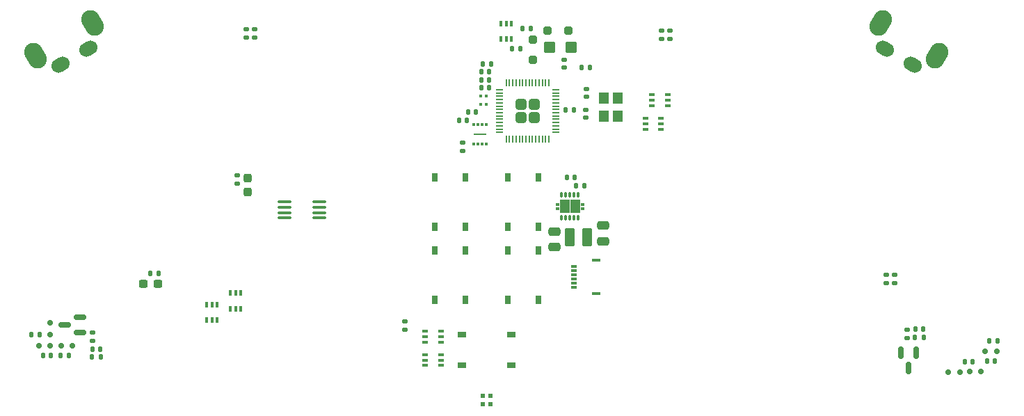
<source format=gbr>
%TF.GenerationSoftware,KiCad,Pcbnew,8.0.2*%
%TF.CreationDate,2024-10-28T19:38:45-07:00*%
%TF.ProjectId,UGC_OpenMain,5547435f-4f70-4656-9e4d-61696e2e6b69,rev?*%
%TF.SameCoordinates,Original*%
%TF.FileFunction,Paste,Top*%
%TF.FilePolarity,Positive*%
%FSLAX46Y46*%
G04 Gerber Fmt 4.6, Leading zero omitted, Abs format (unit mm)*
G04 Created by KiCad (PCBNEW 8.0.2) date 2024-10-28 19:38:45*
%MOMM*%
%LPD*%
G01*
G04 APERTURE LIST*
G04 Aperture macros list*
%AMRoundRect*
0 Rectangle with rounded corners*
0 $1 Rounding radius*
0 $2 $3 $4 $5 $6 $7 $8 $9 X,Y pos of 4 corners*
0 Add a 4 corners polygon primitive as box body*
4,1,4,$2,$3,$4,$5,$6,$7,$8,$9,$2,$3,0*
0 Add four circle primitives for the rounded corners*
1,1,$1+$1,$2,$3*
1,1,$1+$1,$4,$5*
1,1,$1+$1,$6,$7*
1,1,$1+$1,$8,$9*
0 Add four rect primitives between the rounded corners*
20,1,$1+$1,$2,$3,$4,$5,0*
20,1,$1+$1,$4,$5,$6,$7,0*
20,1,$1+$1,$6,$7,$8,$9,0*
20,1,$1+$1,$8,$9,$2,$3,0*%
%AMHorizOval*
0 Thick line with rounded ends*
0 $1 width*
0 $2 $3 position (X,Y) of the first rounded end (center of the circle)*
0 $4 $5 position (X,Y) of the second rounded end (center of the circle)*
0 Add line between two ends*
20,1,$1,$2,$3,$4,$5,0*
0 Add two circle primitives to create the rounded ends*
1,1,$1,$2,$3*
1,1,$1,$4,$5*%
G04 Aperture macros list end*
%ADD10C,0.010000*%
%ADD11RoundRect,0.135000X0.135000X0.185000X-0.135000X0.185000X-0.135000X-0.185000X0.135000X-0.185000X0*%
%ADD12RoundRect,0.250000X0.475000X-0.250000X0.475000X0.250000X-0.475000X0.250000X-0.475000X-0.250000X0*%
%ADD13RoundRect,0.135000X0.185000X-0.135000X0.185000X0.135000X-0.185000X0.135000X-0.185000X-0.135000X0*%
%ADD14RoundRect,0.135000X-0.135000X-0.185000X0.135000X-0.185000X0.135000X0.185000X-0.135000X0.185000X0*%
%ADD15RoundRect,0.140000X0.140000X0.170000X-0.140000X0.170000X-0.140000X-0.170000X0.140000X-0.170000X0*%
%ADD16RoundRect,0.140000X-0.140000X-0.170000X0.140000X-0.170000X0.140000X0.170000X-0.140000X0.170000X0*%
%ADD17RoundRect,0.250000X0.375000X0.850000X-0.375000X0.850000X-0.375000X-0.850000X0.375000X-0.850000X0*%
%ADD18RoundRect,0.079500X-0.079500X-0.100500X0.079500X-0.100500X0.079500X0.100500X-0.079500X0.100500X0*%
%ADD19RoundRect,0.140000X0.170000X-0.140000X0.170000X0.140000X-0.170000X0.140000X-0.170000X-0.140000X0*%
%ADD20RoundRect,0.150000X0.150000X0.200000X-0.150000X0.200000X-0.150000X-0.200000X0.150000X-0.200000X0*%
%ADD21RoundRect,0.150000X0.587500X0.150000X-0.587500X0.150000X-0.587500X-0.150000X0.587500X-0.150000X0*%
%ADD22RoundRect,0.250000X-0.450000X-0.425000X0.450000X-0.425000X0.450000X0.425000X-0.450000X0.425000X0*%
%ADD23RoundRect,0.135000X-0.185000X0.135000X-0.185000X-0.135000X0.185000X-0.135000X0.185000X0.135000X0*%
%ADD24RoundRect,0.140000X-0.170000X0.140000X-0.170000X-0.140000X0.170000X-0.140000X0.170000X0.140000X0*%
%ADD25RoundRect,0.250000X-0.475000X0.250000X-0.475000X-0.250000X0.475000X-0.250000X0.475000X0.250000X0*%
%ADD26HorizOval,1.700000X0.259808X0.150000X-0.259808X-0.150000X0*%
%ADD27HorizOval,2.250000X-0.250000X0.433013X0.250000X-0.433013X0*%
%ADD28RoundRect,0.150000X-0.200000X0.150000X-0.200000X-0.150000X0.200000X-0.150000X0.200000X0.150000X0*%
%ADD29HorizOval,1.700000X0.259808X-0.150000X-0.259808X0.150000X0*%
%ADD30HorizOval,2.250000X-0.250000X-0.433013X0.250000X0.433013X0*%
%ADD31RoundRect,0.150000X-0.150000X-0.200000X0.150000X-0.200000X0.150000X0.200000X-0.150000X0.200000X0*%
%ADD32R,0.750000X1.000000*%
%ADD33RoundRect,0.150000X-0.150000X0.587500X-0.150000X-0.587500X0.150000X-0.587500X0.150000X0.587500X0*%
%ADD34RoundRect,0.100000X-0.225000X-0.100000X0.225000X-0.100000X0.225000X0.100000X-0.225000X0.100000X0*%
%ADD35RoundRect,0.050000X0.387500X-0.050000X0.387500X0.050000X-0.387500X0.050000X-0.387500X-0.050000X0*%
%ADD36RoundRect,0.050000X0.050000X-0.387500X0.050000X0.387500X-0.050000X0.387500X-0.050000X-0.387500X0*%
%ADD37RoundRect,0.249999X0.395001X-0.395001X0.395001X0.395001X-0.395001X0.395001X-0.395001X-0.395001X0*%
%ADD38RoundRect,0.100000X0.100000X-0.225000X0.100000X0.225000X-0.100000X0.225000X-0.100000X-0.225000X0*%
%ADD39RoundRect,0.100000X-0.712500X-0.100000X0.712500X-0.100000X0.712500X0.100000X-0.712500X0.100000X0*%
%ADD40RoundRect,0.100000X0.225000X0.100000X-0.225000X0.100000X-0.225000X-0.100000X0.225000X-0.100000X0*%
%ADD41R,1.000000X0.750000*%
%ADD42R,1.200000X1.400000*%
%ADD43RoundRect,0.237500X-0.300000X-0.237500X0.300000X-0.237500X0.300000X0.237500X-0.300000X0.237500X0*%
%ADD44RoundRect,0.250000X-0.250000X0.250000X-0.250000X-0.250000X0.250000X-0.250000X0.250000X0.250000X0*%
%ADD45RoundRect,0.237500X0.237500X-0.300000X0.237500X0.300000X-0.237500X0.300000X-0.237500X-0.300000X0*%
%ADD46R,1.000000X0.300000*%
%ADD47R,0.700000X0.300000*%
%ADD48RoundRect,0.007200X0.112800X-0.292800X0.112800X0.292800X-0.112800X0.292800X-0.112800X-0.292800X0*%
%ADD49RoundRect,0.250000X0.250000X0.250000X-0.250000X0.250000X-0.250000X-0.250000X0.250000X-0.250000X0*%
%ADD50R,0.550000X0.550000*%
%ADD51R,1.600000X0.200000*%
%ADD52R,0.300000X0.400000*%
G04 APERTURE END LIST*
D10*
%TO.C,U4*%
X230325400Y-119348600D02*
X229985400Y-119348600D01*
X229985400Y-119098600D01*
X230325400Y-119098600D01*
X230325400Y-119348600D01*
G36*
X230325400Y-119348600D02*
G01*
X229985400Y-119348600D01*
X229985400Y-119098600D01*
X230325400Y-119098600D01*
X230325400Y-119348600D01*
G37*
X230325400Y-118848600D02*
X229985400Y-118848600D01*
X229985400Y-118598600D01*
X230325400Y-118598600D01*
X230325400Y-118848600D01*
G36*
X230325400Y-118848600D02*
G01*
X229985400Y-118848600D01*
X229985400Y-118598600D01*
X230325400Y-118598600D01*
X230325400Y-118848600D01*
G37*
X229785400Y-119723600D02*
X228725400Y-119723600D01*
X228725400Y-118223600D01*
X229785400Y-118223600D01*
X229785400Y-119723600D01*
G36*
X229785400Y-119723600D02*
G01*
X228725400Y-119723600D01*
X228725400Y-118223600D01*
X229785400Y-118223600D01*
X229785400Y-119723600D01*
G37*
X228525400Y-119723600D02*
X227465400Y-119723600D01*
X227465400Y-118223600D01*
X228525400Y-118223600D01*
X228525400Y-119723600D01*
G36*
X228525400Y-119723600D02*
G01*
X227465400Y-119723600D01*
X227465400Y-118223600D01*
X228525400Y-118223600D01*
X228525400Y-119723600D01*
G37*
X227265400Y-119348600D02*
X226925400Y-119348600D01*
X226925400Y-119098600D01*
X227265400Y-119098600D01*
X227265400Y-119348600D01*
G36*
X227265400Y-119348600D02*
G01*
X226925400Y-119348600D01*
X226925400Y-119098600D01*
X227265400Y-119098600D01*
X227265400Y-119348600D01*
G37*
X227265400Y-118848600D02*
X226925400Y-118848600D01*
X226925400Y-118598600D01*
X227265400Y-118598600D01*
X227265400Y-118848600D01*
G36*
X227265400Y-118848600D02*
G01*
X226925400Y-118848600D01*
X226925400Y-118598600D01*
X227265400Y-118598600D01*
X227265400Y-118848600D01*
G37*
%TD*%
D11*
%TO.C,R39*%
X270650702Y-134936789D03*
X271670702Y-134936789D03*
%TD*%
D12*
%TO.C,C4*%
X232714800Y-121351000D03*
X232714800Y-123251000D03*
%TD*%
D13*
%TO.C,R35*%
X268122400Y-127353600D03*
X268122400Y-128373600D03*
%TD*%
D14*
%TO.C,R1*%
X178614800Y-127203200D03*
X177594800Y-127203200D03*
%TD*%
D15*
%TO.C,C26*%
X279425157Y-137847794D03*
X280385157Y-137847794D03*
%TD*%
D11*
%TO.C,R5*%
X230071200Y-102108000D03*
X231091200Y-102108000D03*
%TD*%
D15*
%TO.C,C27*%
X276684800Y-137922000D03*
X277644800Y-137922000D03*
%TD*%
D13*
%TO.C,R38*%
X240817400Y-97584800D03*
X240817400Y-98604800D03*
%TD*%
D16*
%TO.C,C33*%
X165450000Y-137170000D03*
X164490000Y-137170000D03*
%TD*%
D17*
%TO.C,L5*%
X228617200Y-122783600D03*
X230767200Y-122783600D03*
%TD*%
D18*
%TO.C,R6*%
X218478900Y-106566900D03*
X217788900Y-106566900D03*
%TD*%
D19*
%TO.C,C15*%
X230606600Y-104729400D03*
X230606600Y-105689400D03*
%TD*%
D20*
%TO.C,D7*%
X168086000Y-135940800D03*
X166686000Y-135940800D03*
%TD*%
D14*
%TO.C,R12*%
X229160800Y-107289600D03*
X228140800Y-107289600D03*
%TD*%
%TO.C,R41*%
X280697400Y-135382000D03*
X279677400Y-135382000D03*
%TD*%
D15*
%TO.C,C11*%
X215166000Y-108550000D03*
X216126000Y-108550000D03*
%TD*%
D21*
%TO.C,Q5*%
X167136600Y-133441400D03*
X169011600Y-132491400D03*
X169011600Y-134391400D03*
%TD*%
D22*
%TO.C,C3*%
X228826727Y-99623328D03*
X226126727Y-99623328D03*
%TD*%
D23*
%TO.C,R34*%
X267106400Y-128373600D03*
X267106400Y-127353600D03*
%TD*%
D11*
%TO.C,R3*%
X229380951Y-116488984D03*
X230400951Y-116488984D03*
%TD*%
D23*
%TO.C,R37*%
X239813091Y-98594045D03*
X239813091Y-97574045D03*
%TD*%
D16*
%TO.C,C32*%
X171460000Y-136350000D03*
X170500000Y-136350000D03*
%TD*%
D15*
%TO.C,C8*%
X217861059Y-102628684D03*
X218821059Y-102628684D03*
%TD*%
D20*
%TO.C,D14*%
X280565200Y-136626257D03*
X279165200Y-136626257D03*
%TD*%
D11*
%TO.C,R25*%
X221580478Y-99819463D03*
X222600478Y-99819463D03*
%TD*%
D24*
%TO.C,C5*%
X227921301Y-102116168D03*
X227921301Y-101156168D03*
%TD*%
D13*
%TO.C,R36*%
X189204600Y-97457800D03*
X189204600Y-98477800D03*
%TD*%
D25*
%TO.C,C23*%
X226720400Y-123987600D03*
X226720400Y-122087600D03*
%TD*%
D13*
%TO.C,R11*%
X208534000Y-132991353D03*
X208534000Y-134011353D03*
%TD*%
D23*
%TO.C,R4*%
X190233710Y-98479816D03*
X190233710Y-97459816D03*
%TD*%
D26*
%TO.C,SW7*%
X170020963Y-99834400D03*
X166643465Y-101784400D03*
D27*
X170546316Y-96644336D03*
X163618112Y-100644336D03*
%TD*%
D11*
%TO.C,R33*%
X163116800Y-134594600D03*
X164136800Y-134594600D03*
%TD*%
D28*
%TO.C,D6*%
X165354000Y-133183400D03*
X165354000Y-134583400D03*
%TD*%
D29*
%TO.C,SW8*%
X270323849Y-101784400D03*
X266946351Y-99834400D03*
D30*
X273349202Y-100644336D03*
X266420998Y-96644336D03*
%TD*%
D31*
%TO.C,D16*%
X274698722Y-139152065D03*
X276098722Y-139152065D03*
%TD*%
D32*
%TO.C,SW17*%
X212171157Y-121516400D03*
X212171157Y-115516400D03*
X215921157Y-121516400D03*
X215921157Y-115516400D03*
%TD*%
D15*
%TO.C,C6*%
X217866133Y-103610480D03*
X218826133Y-103610480D03*
%TD*%
D33*
%TO.C,Q6*%
X269838300Y-138704800D03*
X268888300Y-136829800D03*
X270788300Y-136829800D03*
%TD*%
D11*
%TO.C,R28*%
X222884692Y-97368373D03*
X223904692Y-97368373D03*
%TD*%
D13*
%TO.C,R10*%
X215595200Y-111224600D03*
X215595200Y-112244600D03*
%TD*%
D34*
%TO.C,D13*%
X212938400Y-137080900D03*
X212938400Y-137730900D03*
X212938400Y-138380900D03*
X211038400Y-138380900D03*
X211038400Y-137730900D03*
X211038400Y-137080900D03*
%TD*%
D35*
%TO.C,U8*%
X220047300Y-110008100D03*
X220047300Y-109608100D03*
X220047300Y-109208100D03*
X220047300Y-108808100D03*
X220047300Y-108408100D03*
X220047300Y-108008100D03*
X220047300Y-107608100D03*
X220047300Y-107208100D03*
X220047300Y-106808100D03*
X220047300Y-106408100D03*
X220047300Y-106008100D03*
X220047300Y-105608100D03*
X220047300Y-105208100D03*
X220047300Y-104808100D03*
D36*
X220884800Y-103970600D03*
X221284800Y-103970600D03*
X221684800Y-103970600D03*
X222084800Y-103970600D03*
X222484800Y-103970600D03*
X222884800Y-103970600D03*
X223284800Y-103970600D03*
X223684800Y-103970600D03*
X224084800Y-103970600D03*
X224484800Y-103970600D03*
X224884800Y-103970600D03*
X225284800Y-103970600D03*
X225684800Y-103970600D03*
X226084800Y-103970600D03*
D35*
X226922300Y-104808100D03*
X226922300Y-105208100D03*
X226922300Y-105608100D03*
X226922300Y-106008100D03*
X226922300Y-106408100D03*
X226922300Y-106808100D03*
X226922300Y-107208100D03*
X226922300Y-107608100D03*
X226922300Y-108008100D03*
X226922300Y-108408100D03*
X226922300Y-108808100D03*
X226922300Y-109208100D03*
X226922300Y-109608100D03*
X226922300Y-110008100D03*
D36*
X226084800Y-110845600D03*
X225684800Y-110845600D03*
X225284800Y-110845600D03*
X224884800Y-110845600D03*
X224484800Y-110845600D03*
X224084800Y-110845600D03*
X223684800Y-110845600D03*
X223284800Y-110845600D03*
X222884800Y-110845600D03*
X222484800Y-110845600D03*
X222084800Y-110845600D03*
X221684800Y-110845600D03*
X221284800Y-110845600D03*
X220884800Y-110845600D03*
D37*
X224284800Y-106608100D03*
X222684800Y-106608100D03*
X224284800Y-108208100D03*
X222684800Y-108208100D03*
%TD*%
D18*
%TO.C,R7*%
X218480261Y-105575207D03*
X217790261Y-105575207D03*
%TD*%
D23*
%TO.C,R40*%
X269671800Y-135003000D03*
X269671800Y-133983000D03*
%TD*%
D31*
%TO.C,D3*%
X163993600Y-135940800D03*
X165393600Y-135940800D03*
%TD*%
D38*
%TO.C,D8*%
X184414400Y-130942000D03*
X185064400Y-130942000D03*
X185714400Y-130942000D03*
X185714400Y-132842000D03*
X185064400Y-132842000D03*
X184414400Y-132842000D03*
%TD*%
D16*
%TO.C,C10*%
X218831207Y-104594813D03*
X217871207Y-104594813D03*
%TD*%
D39*
%TO.C,U6*%
X198149700Y-118455800D03*
X198149700Y-119105800D03*
X198149700Y-119755800D03*
X198149700Y-120405800D03*
X193924700Y-120405800D03*
X193924700Y-119755800D03*
X193924700Y-119105800D03*
X193924700Y-118455800D03*
%TD*%
D40*
%TO.C,D5*%
X238627800Y-106745800D03*
X238627800Y-106095800D03*
X238627800Y-105445800D03*
X240527800Y-105445800D03*
X240527800Y-106095800D03*
X240527800Y-106745800D03*
%TD*%
D41*
%TO.C,SW5*%
X215483657Y-134603800D03*
X221483657Y-134603800D03*
X215483657Y-138353800D03*
X221483657Y-138353800D03*
%TD*%
D13*
%TO.C,R2*%
X188112400Y-115263200D03*
X188112400Y-116283200D03*
%TD*%
D31*
%TO.C,D15*%
X277278790Y-139140649D03*
X278678790Y-139140649D03*
%TD*%
D42*
%TO.C,Y1*%
X232779200Y-108008600D03*
X232779200Y-105808600D03*
X234479200Y-105808600D03*
X234479200Y-108008600D03*
%TD*%
D34*
%TO.C,D12*%
X212938400Y-134221000D03*
X212938400Y-134871000D03*
X212938400Y-135521000D03*
X211038400Y-135521000D03*
X211038400Y-134871000D03*
X211038400Y-134221000D03*
%TD*%
D43*
%TO.C,C1*%
X178459300Y-128473200D03*
X176734300Y-128473200D03*
%TD*%
D32*
%TO.C,SW18*%
X224796157Y-124391400D03*
X224796157Y-130391400D03*
X221046157Y-124391400D03*
X221046157Y-130391400D03*
%TD*%
D15*
%TO.C,C7*%
X218061600Y-101650800D03*
X219021600Y-101650800D03*
%TD*%
D16*
%TO.C,C25*%
X271617870Y-133937869D03*
X270657870Y-133937869D03*
%TD*%
D44*
%TO.C,D10*%
X224103924Y-101198331D03*
X224103924Y-98698331D03*
%TD*%
D45*
%TO.C,C2*%
X189382400Y-115571100D03*
X189382400Y-117296100D03*
%TD*%
D16*
%TO.C,C34*%
X167640000Y-137170000D03*
X166680000Y-137170000D03*
%TD*%
D32*
%TO.C,SW19*%
X212171157Y-130391400D03*
X212171157Y-124391400D03*
X215921157Y-130391400D03*
X215921157Y-124391400D03*
%TD*%
D38*
%TO.C,D11*%
X187310000Y-129555200D03*
X187960000Y-129555200D03*
X188610000Y-129555200D03*
X188610000Y-131455200D03*
X187960000Y-131455200D03*
X187310000Y-131455200D03*
%TD*%
D16*
%TO.C,C24*%
X229225523Y-115499577D03*
X228265523Y-115499577D03*
%TD*%
D24*
%TO.C,C14*%
X230581200Y-108226800D03*
X230581200Y-107266800D03*
%TD*%
D46*
%TO.C,J2*%
X231807400Y-125544200D03*
X231807400Y-129624200D03*
D47*
X229157400Y-126334200D03*
X229157400Y-126834200D03*
X229157400Y-127334200D03*
X229157400Y-127834200D03*
X229157400Y-128334200D03*
X229157400Y-128834200D03*
%TD*%
D16*
%TO.C,C9*%
X217196499Y-107556162D03*
X216236499Y-107556162D03*
%TD*%
D11*
%TO.C,R31*%
X170490000Y-137340000D03*
X171510000Y-137340000D03*
%TD*%
D48*
%TO.C,U4*%
X227625400Y-117573600D03*
X228125400Y-117573600D03*
X228625400Y-117573600D03*
X229125400Y-117573600D03*
X229625400Y-117573600D03*
X229625400Y-120373600D03*
X229125400Y-120373600D03*
X228625400Y-120373600D03*
X228125400Y-120373600D03*
X227625400Y-120373600D03*
%TD*%
D13*
%TO.C,R32*%
X170535600Y-134389400D03*
X170535600Y-135409400D03*
%TD*%
D38*
%TO.C,Q4*%
X220228400Y-96738400D03*
X220878400Y-96738400D03*
X221528400Y-96738400D03*
X221528400Y-98638400D03*
X220878400Y-98638400D03*
X220228400Y-98638400D03*
%TD*%
D32*
%TO.C,SW9*%
X224796157Y-115516400D03*
X224796157Y-121516400D03*
X221046157Y-115516400D03*
X221046157Y-121516400D03*
%TD*%
D49*
%TO.C,D9*%
X225908172Y-97577086D03*
X228408172Y-97577086D03*
%TD*%
D40*
%TO.C,D4*%
X237810000Y-109605600D03*
X237810000Y-108955600D03*
X237810000Y-108305600D03*
X239710000Y-108305600D03*
X239710000Y-108955600D03*
X239710000Y-109605600D03*
%TD*%
D50*
%TO.C,L6*%
X218008657Y-142088600D03*
X218958657Y-142088600D03*
X218958657Y-143038600D03*
X218008657Y-143038600D03*
%TD*%
D51*
%TO.C,U9*%
X217689993Y-110224008D03*
D52*
X216939993Y-109024008D03*
X217439993Y-109024008D03*
X217939993Y-109024008D03*
X218439993Y-109024008D03*
X218439993Y-111424008D03*
X217939993Y-111424008D03*
X217439993Y-111424008D03*
X216939993Y-111424008D03*
%TD*%
M02*

</source>
